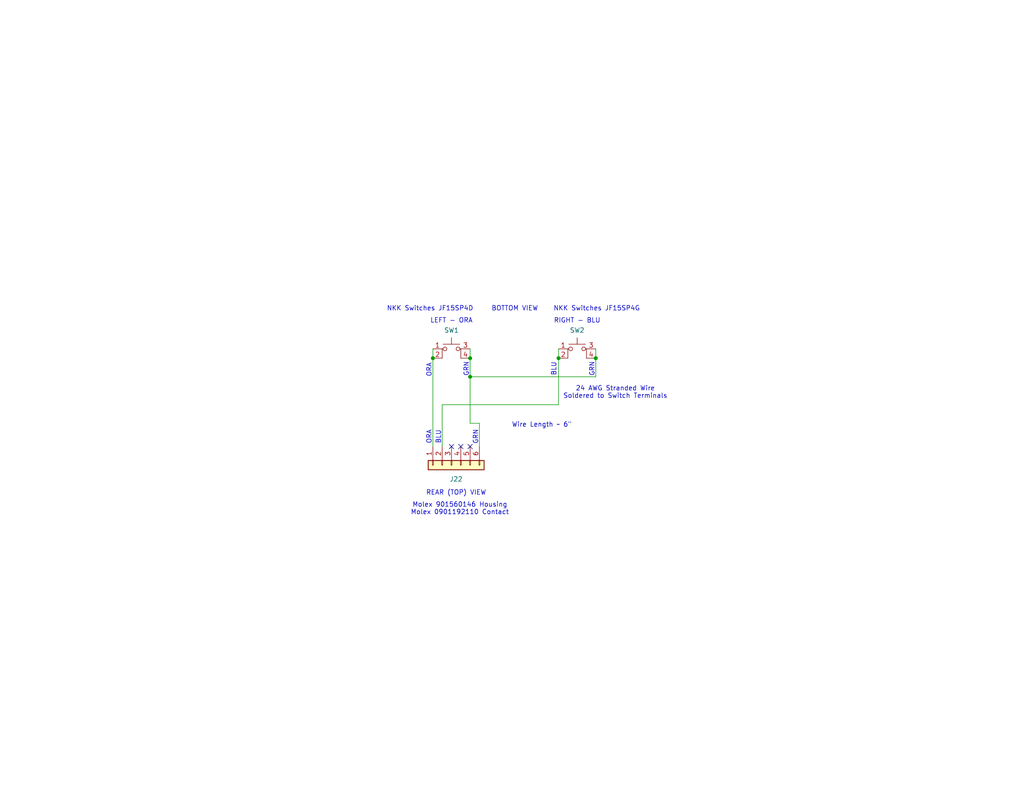
<source format=kicad_sch>
(kicad_sch (version 20231120) (generator "eeschema") (generator_version "8.0")
  (paper "A")
  (title_block (title "Smart Charger Enclosure Pushbuttons") (date "2025-01-15") (rev "A") (company "Cosmiic"))
  (lib_symbols
    (symbol "Connector_Generic:Conn_01x06" (pin_names (offset 1.016) hide)
      (property "Reference" "J" (at 0 7.62 0))
      (property "Value" "Conn_01x06" (at 0 -10.16 0))
      (symbol "Conn_01x06_1_1"
        (rectangle (start -1.27 -7.493) (end 0 -7.747) (stroke (width 0.1524)))
        (rectangle (start -1.27 -4.953) (end 0 -5.207) (stroke (width 0.1524)))
        (rectangle (start -1.27 -2.413) (end 0 -2.667) (stroke (width 0.1524)))
        (rectangle (start -1.27 0.127) (end 0 -0.127) (stroke (width 0.1524)))
        (rectangle (start -1.27 2.667) (end 0 2.413) (stroke (width 0.1524)))
        (rectangle (start -1.27 5.207) (end 0 4.953) (stroke (width 0.1524)))
        (rectangle (start -1.27 6.35) (end 1.27 -8.89) (stroke (width 0.254)) (fill (type background)))
        (pin passive line (at -5.08 5.08 0) (length 3.81) (name "Pin_1") (number "1"))
        (pin passive line (at -5.08 2.54 0) (length 3.81) (name "Pin_2") (number "2"))
        (pin passive line (at -5.08 0 0) (length 3.81) (name "Pin_3") (number "3"))
        (pin passive line (at -5.08 -2.54 0) (length 3.81) (name "Pin_4") (number "4"))
        (pin passive line (at -5.08 -5.08 0) (length 3.81) (name "Pin_5") (number "5"))
        (pin passive line (at -5.08 -7.62 0) (length 3.81) (name "Pin_6") (number "6"))
      )
    )
    (symbol "SW_MEC_5E_1" (pin_names (offset 1.016) hide)
      (property "Reference" "SW1" (at 0 7.62 0))
      (symbol "SW_MEC_5E_1_0_1"
        (circle (center -1.778 2.54) (radius 0.508))
        (polyline (pts (xy -2.286 3.81) (xy 2.286 3.81)))
        (polyline (pts (xy 0 3.81) (xy 0 5.588)))
        (polyline (pts (xy -2.54 0) (xy -2.54 2.54) (xy -2.286 2.54)))
        (polyline (pts (xy 2.54 0) (xy 2.54 2.54) (xy 2.286 2.54)))
        (circle (center 1.778 2.54) (radius 0.508))
        (pin passive line (at -5.08 2.54 0) (length 2.54) (name "1") (number "1"))
        (pin passive line (at -5.08 0 0) (length 2.54) (name "2") (number "2"))
        (pin passive line (at 5.08 2.54 180) (length 2.54) (name "A") (number "3"))
        (pin passive line (at 5.08 0 180) (length 2.54) (name "K") (number "4"))
      )
    )
  )
  (junction (at 128.27 102.87))
  (junction (at 118.11 97.79))
  (junction (at 152.4 97.79))
  (junction (at 162.56 97.79))
  (junction (at 128.27 97.79))
  (no_connect (at 125.73 121.92))
  (no_connect (at 123.19 121.92))
  (no_connect (at 128.27 121.92))
  (wire (pts (xy 128.27 115.57) (xy 130.81 115.57)))
  (wire (pts (xy 128.27 95.25) (xy 128.27 97.79)))
  (wire (pts (xy 128.27 102.87) (xy 128.27 115.57)))
  (wire (pts (xy 152.4 95.25) (xy 152.4 97.79)))
  (wire (pts (xy 162.56 97.79) (xy 162.56 102.87)))
  (wire (pts (xy 152.4 110.49) (xy 120.65 110.49)))
  (wire (pts (xy 128.27 102.87) (xy 162.56 102.87)))
  (wire (pts (xy 162.56 95.25) (xy 162.56 97.79)))
  (wire (pts (xy 120.65 110.49) (xy 120.65 121.92)))
  (wire (pts (xy 152.4 97.79) (xy 152.4 110.49)))
  (wire (pts (xy 130.81 115.57) (xy 130.81 121.92)))
  (wire (pts (xy 128.27 97.79) (xy 128.27 102.87)))
  (wire (pts (xy 118.11 97.79) (xy 118.11 121.92)))
  (wire (pts (xy 118.11 95.25) (xy 118.11 97.79)))
  (text "24 AWG Stranded Wire\nSoldered to Switch Terminals" (at 167.894 107.188 0) (effects (font (size 1.27 1.27))))
  (text "BLU" (at 151.13 100.838 90) (effects (font (size 1.27 1.27))))
  (text "NKK Switches JF15SP4G" (at 162.814 84.328 0) (effects (font (size 1.27 1.27))))
  (text "GRN" (at 127.254 100.838 90) (effects (font (size 1.27 1.27))))
  (text "Molex 901560146 Housing\nMolex 0901192110 Contact" (at 125.476 138.938 0) (effects (font (size 1.27 1.27))))
  (text "REAR (TOP) VIEW" (at 124.46 134.62 0) (effects (font (size 1.27 1.27))))
  (text "BOTTOM VIEW" (at 140.462 84.328 0) (effects (font (size 1.27 1.27))))
  (text "RIGHT - BLU" (at 157.48 87.63 0) (effects (font (size 1.27 1.27))))
  (text "GRN" (at 161.544 100.838 90) (effects (font (size 1.27 1.27))))
  (text "GRN" (at 129.794 119.38 90) (effects (font (size 1.27 1.27))))
  (text "NKK Switches JF15SP4D" (at 117.348 84.328 0) (effects (font (size 1.27 1.27))))
  (text "BLU" (at 119.634 119.38 90) (effects (font (size 1.27 1.27))))
  (text "Wire Length ~ 6\"" (at 147.828 116.078 0) (effects (font (size 1.27 1.27))))
  (text "ORA" (at 117.094 119.38 90) (effects (font (size 1.27 1.27))))
  (text "LEFT - ORA" (at 123.19 87.63 0) (effects (font (size 1.27 1.27))))
  (text "ORA" (at 117.094 101.092 90) (effects (font (size 1.27 1.27))))
  (symbol (lib_id "Connector_Generic:Conn_01x06") (at 123.19 127 90) (mirror x) (unit 1)
    (property "Reference" "J22" (at 124.46 130.81 90))
    (property "Value" "Conn_01x06" (effects (hide yes)))
    (property "Description" "Generic connector, single row, 01x06, script generated (kicad-library-utils/schlib/autogen/connector/)" (effects (hide yes)))
  )
  (symbol (lib_name "SW_MEC_5E_1") (lib_id "Switch:SW_MEC_5E") (at 123.19 97.79 0) (unit 1)
    (property "Reference" "SW1" (at 123.19 90.17 0))
    (property "Value" "SW_MEC_5E" (effects (hide yes)))
    (property "Datasheet" "http://www.apem.com/int/index.php?controller=attachment&id_attachment=1371" (effects (hide yes)))
    (property "Description" "MEC 5E single pole normally-open tactile switch" (effects (hide yes)))
  )
  (symbol (lib_name "SW_MEC_5E_1") (lib_id "Switch:SW_MEC_5E") (at 157.48 97.79 0) (unit 1)
    (property "Reference" "SW2" (at 157.48 90.17 0))
    (property "Value" "SW_MEC_5E" (effects (hide yes)))
    (property "Datasheet" "http://www.apem.com/int/index.php?controller=attachment&id_attachment=1371" (effects (hide yes)))
    (property "Description" "MEC 5E single pole normally-open tactile switch" (effects (hide yes)))
  )
)
</source>
